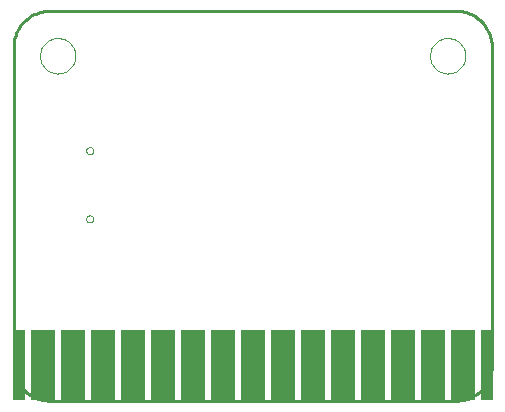
<source format=gbp>
G75*
G70*
%OFA0B0*%
%FSLAX24Y24*%
%IPPOS*%
%LPD*%
%AMOC8*
5,1,8,0,0,1.08239X$1,22.5*
%
%ADD10C,0.0100*%
%ADD11R,0.0787X0.2362*%
%ADD12R,0.0394X0.2362*%
%ADD13C,0.0000*%
D10*
X001688Y000664D02*
X015232Y000664D01*
X015299Y000666D01*
X015366Y000672D01*
X015433Y000681D01*
X015499Y000694D01*
X015564Y000711D01*
X015628Y000731D01*
X015691Y000755D01*
X015753Y000783D01*
X015812Y000814D01*
X015870Y000848D01*
X015926Y000885D01*
X015980Y000926D01*
X016032Y000969D01*
X016081Y001015D01*
X016127Y001064D01*
X016170Y001116D01*
X016211Y001170D01*
X016248Y001226D01*
X016282Y001284D01*
X016313Y001343D01*
X016341Y001405D01*
X016365Y001468D01*
X016385Y001532D01*
X016402Y001597D01*
X016415Y001663D01*
X016424Y001730D01*
X016430Y001797D01*
X016432Y001864D01*
X016432Y012456D01*
X016430Y012523D01*
X016424Y012590D01*
X016415Y012657D01*
X016402Y012723D01*
X016385Y012788D01*
X016365Y012852D01*
X016341Y012915D01*
X016313Y012977D01*
X016282Y013036D01*
X016248Y013094D01*
X016211Y013150D01*
X016170Y013204D01*
X016127Y013256D01*
X016081Y013305D01*
X016032Y013351D01*
X015980Y013394D01*
X015926Y013435D01*
X015870Y013472D01*
X015812Y013506D01*
X015753Y013537D01*
X015691Y013565D01*
X015628Y013589D01*
X015564Y013609D01*
X015499Y013626D01*
X015433Y013639D01*
X015366Y013648D01*
X015299Y013654D01*
X015232Y013656D01*
X001688Y013656D01*
X001621Y013654D01*
X001554Y013648D01*
X001487Y013639D01*
X001421Y013626D01*
X001356Y013609D01*
X001292Y013589D01*
X001229Y013565D01*
X001167Y013537D01*
X001108Y013506D01*
X001050Y013472D01*
X000994Y013435D01*
X000940Y013394D01*
X000888Y013351D01*
X000839Y013305D01*
X000793Y013256D01*
X000750Y013204D01*
X000709Y013150D01*
X000672Y013094D01*
X000638Y013036D01*
X000607Y012977D01*
X000579Y012915D01*
X000555Y012852D01*
X000535Y012788D01*
X000518Y012723D01*
X000505Y012657D01*
X000496Y012590D01*
X000490Y012523D01*
X000488Y012456D01*
X000488Y001864D01*
X000490Y001797D01*
X000496Y001730D01*
X000505Y001663D01*
X000518Y001597D01*
X000535Y001532D01*
X000555Y001468D01*
X000579Y001405D01*
X000607Y001343D01*
X000638Y001284D01*
X000672Y001226D01*
X000709Y001170D01*
X000750Y001116D01*
X000793Y001064D01*
X000839Y001015D01*
X000888Y000969D01*
X000940Y000926D01*
X000994Y000885D01*
X001050Y000848D01*
X001108Y000814D01*
X001167Y000783D01*
X001229Y000755D01*
X001292Y000731D01*
X001356Y000711D01*
X001421Y000694D01*
X001487Y000681D01*
X001554Y000672D01*
X001621Y000666D01*
X001688Y000664D01*
D11*
X001460Y001848D03*
X002460Y001848D03*
X003460Y001848D03*
X004460Y001848D03*
X005460Y001848D03*
X006460Y001848D03*
X007460Y001848D03*
X008460Y001848D03*
X009460Y001848D03*
X010460Y001848D03*
X011460Y001848D03*
X012460Y001848D03*
X013460Y001848D03*
X014460Y001848D03*
X015460Y001848D03*
D12*
X016255Y001848D03*
X000665Y001848D03*
D13*
X002909Y006722D02*
X002911Y006743D01*
X002917Y006763D01*
X002926Y006783D01*
X002938Y006800D01*
X002953Y006814D01*
X002971Y006826D01*
X002991Y006834D01*
X003011Y006839D01*
X003032Y006840D01*
X003053Y006837D01*
X003073Y006831D01*
X003092Y006820D01*
X003109Y006807D01*
X003122Y006791D01*
X003133Y006773D01*
X003141Y006753D01*
X003145Y006733D01*
X003145Y006711D01*
X003141Y006691D01*
X003133Y006671D01*
X003122Y006653D01*
X003109Y006637D01*
X003092Y006624D01*
X003073Y006613D01*
X003053Y006607D01*
X003032Y006604D01*
X003011Y006605D01*
X002991Y006610D01*
X002971Y006618D01*
X002953Y006630D01*
X002938Y006644D01*
X002926Y006661D01*
X002917Y006681D01*
X002911Y006701D01*
X002909Y006722D01*
X002909Y008998D02*
X002911Y009019D01*
X002917Y009039D01*
X002926Y009059D01*
X002938Y009076D01*
X002953Y009090D01*
X002971Y009102D01*
X002991Y009110D01*
X003011Y009115D01*
X003032Y009116D01*
X003053Y009113D01*
X003073Y009107D01*
X003092Y009096D01*
X003109Y009083D01*
X003122Y009067D01*
X003133Y009049D01*
X003141Y009029D01*
X003145Y009009D01*
X003145Y008987D01*
X003141Y008967D01*
X003133Y008947D01*
X003122Y008929D01*
X003109Y008913D01*
X003092Y008900D01*
X003073Y008889D01*
X003053Y008883D01*
X003032Y008880D01*
X003011Y008881D01*
X002991Y008886D01*
X002971Y008894D01*
X002953Y008906D01*
X002938Y008920D01*
X002926Y008937D01*
X002917Y008957D01*
X002911Y008977D01*
X002909Y008998D01*
X001369Y012160D02*
X001371Y012208D01*
X001377Y012256D01*
X001387Y012303D01*
X001400Y012349D01*
X001418Y012394D01*
X001438Y012438D01*
X001463Y012480D01*
X001491Y012519D01*
X001521Y012556D01*
X001555Y012590D01*
X001592Y012622D01*
X001630Y012651D01*
X001671Y012676D01*
X001714Y012698D01*
X001759Y012716D01*
X001805Y012730D01*
X001852Y012741D01*
X001900Y012748D01*
X001948Y012751D01*
X001996Y012750D01*
X002044Y012745D01*
X002092Y012736D01*
X002138Y012724D01*
X002183Y012707D01*
X002227Y012687D01*
X002269Y012664D01*
X002309Y012637D01*
X002347Y012607D01*
X002382Y012574D01*
X002414Y012538D01*
X002444Y012500D01*
X002470Y012459D01*
X002492Y012416D01*
X002512Y012372D01*
X002527Y012327D01*
X002539Y012280D01*
X002547Y012232D01*
X002551Y012184D01*
X002551Y012136D01*
X002547Y012088D01*
X002539Y012040D01*
X002527Y011993D01*
X002512Y011948D01*
X002492Y011904D01*
X002470Y011861D01*
X002444Y011820D01*
X002414Y011782D01*
X002382Y011746D01*
X002347Y011713D01*
X002309Y011683D01*
X002269Y011656D01*
X002227Y011633D01*
X002183Y011613D01*
X002138Y011596D01*
X002092Y011584D01*
X002044Y011575D01*
X001996Y011570D01*
X001948Y011569D01*
X001900Y011572D01*
X001852Y011579D01*
X001805Y011590D01*
X001759Y011604D01*
X001714Y011622D01*
X001671Y011644D01*
X001630Y011669D01*
X001592Y011698D01*
X001555Y011730D01*
X001521Y011764D01*
X001491Y011801D01*
X001463Y011840D01*
X001438Y011882D01*
X001418Y011926D01*
X001400Y011971D01*
X001387Y012017D01*
X001377Y012064D01*
X001371Y012112D01*
X001369Y012160D01*
X014369Y012160D02*
X014371Y012208D01*
X014377Y012256D01*
X014387Y012303D01*
X014400Y012349D01*
X014418Y012394D01*
X014438Y012438D01*
X014463Y012480D01*
X014491Y012519D01*
X014521Y012556D01*
X014555Y012590D01*
X014592Y012622D01*
X014630Y012651D01*
X014671Y012676D01*
X014714Y012698D01*
X014759Y012716D01*
X014805Y012730D01*
X014852Y012741D01*
X014900Y012748D01*
X014948Y012751D01*
X014996Y012750D01*
X015044Y012745D01*
X015092Y012736D01*
X015138Y012724D01*
X015183Y012707D01*
X015227Y012687D01*
X015269Y012664D01*
X015309Y012637D01*
X015347Y012607D01*
X015382Y012574D01*
X015414Y012538D01*
X015444Y012500D01*
X015470Y012459D01*
X015492Y012416D01*
X015512Y012372D01*
X015527Y012327D01*
X015539Y012280D01*
X015547Y012232D01*
X015551Y012184D01*
X015551Y012136D01*
X015547Y012088D01*
X015539Y012040D01*
X015527Y011993D01*
X015512Y011948D01*
X015492Y011904D01*
X015470Y011861D01*
X015444Y011820D01*
X015414Y011782D01*
X015382Y011746D01*
X015347Y011713D01*
X015309Y011683D01*
X015269Y011656D01*
X015227Y011633D01*
X015183Y011613D01*
X015138Y011596D01*
X015092Y011584D01*
X015044Y011575D01*
X014996Y011570D01*
X014948Y011569D01*
X014900Y011572D01*
X014852Y011579D01*
X014805Y011590D01*
X014759Y011604D01*
X014714Y011622D01*
X014671Y011644D01*
X014630Y011669D01*
X014592Y011698D01*
X014555Y011730D01*
X014521Y011764D01*
X014491Y011801D01*
X014463Y011840D01*
X014438Y011882D01*
X014418Y011926D01*
X014400Y011971D01*
X014387Y012017D01*
X014377Y012064D01*
X014371Y012112D01*
X014369Y012160D01*
M02*

</source>
